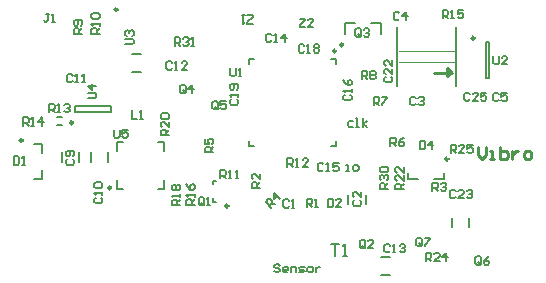
<source format=gto>
G04 Layer_Color=65535*
%FSLAX25Y25*%
%MOIN*%
G70*
G01*
G75*
%ADD48C,0.00984*%
%ADD49C,0.00787*%
%ADD70C,0.00394*%
%ADD71C,0.00606*%
%ADD72C,0.01000*%
%ADD73C,0.00591*%
D48*
X155268Y-9967D02*
G03*
X155268Y-9967I-492J0D01*
G01*
X34055Y-59842D02*
G03*
X34055Y-59842I-492J0D01*
G01*
X111406Y-12179D02*
G03*
X111406Y-12179I-492J0D01*
G01*
X36242Y-492D02*
G03*
X36242Y-492I-492J0D01*
G01*
X21358Y-38189D02*
G03*
X21358Y-38189I-492J0D01*
G01*
X109055Y-14272D02*
G03*
X109055Y-14272I-492J0D01*
G01*
X73195Y-65921D02*
G03*
X73195Y-65921I-492J0D01*
G01*
X4626Y-44094D02*
G03*
X4626Y-44094I-492J0D01*
G01*
X146480Y-50270D02*
G03*
X146480Y-50270I-492J0D01*
G01*
D49*
X16043Y-38878D02*
X17618D01*
X16043Y-36122D02*
X17618D01*
X160091Y-23352D02*
Y-11148D01*
X158909Y-23352D02*
Y-11148D01*
Y-23352D02*
X160091D01*
X158909Y-11148D02*
X160091D01*
X118953Y-65325D02*
Y-62175D01*
X113047Y-65325D02*
Y-62175D01*
X36024Y-60138D02*
X37894D01*
X36024D02*
Y-57284D01*
X49705Y-60138D02*
X51575D01*
Y-57284D01*
Y-47441D02*
Y-44587D01*
X49705D02*
X51575D01*
X36024D02*
X37894D01*
X36024Y-47441D02*
Y-44587D01*
X112094Y-8537D02*
Y-4994D01*
X115244D01*
X123906Y-8537D02*
Y-4994D01*
X120756D02*
X123906D01*
X21949Y-34449D02*
Y-32480D01*
X34154Y-34449D02*
Y-32480D01*
X21949Y-34449D02*
X34154D01*
X21949Y-32480D02*
X34154D01*
X107480Y-16831D02*
X109153D01*
Y-18504D02*
Y-16831D01*
X80020D02*
X81693D01*
X80020Y-18504D02*
Y-16831D01*
Y-45965D02*
X81693D01*
X80020D02*
Y-44291D01*
X107480Y-45965D02*
X109153D01*
Y-44291D01*
X67978Y-64543D02*
X69159D01*
X67978D02*
Y-63362D01*
Y-57457D02*
X69159D01*
X67978Y-58638D02*
Y-57457D01*
X27297Y-51234D02*
Y-48085D01*
X33203Y-51234D02*
Y-48085D01*
X17547Y-51234D02*
Y-48085D01*
X23453Y-51234D02*
Y-48085D01*
X40990Y-21203D02*
X44140D01*
X40990Y-15297D02*
X44140D01*
X123925Y-83047D02*
X127075D01*
X123925Y-88953D02*
X127075D01*
X8268Y-45276D02*
X11024D01*
Y-48425D02*
Y-45276D01*
X8268Y-57087D02*
X11024D01*
Y-53937D01*
X153453Y-73075D02*
Y-69925D01*
X147547Y-73075D02*
Y-69925D01*
X133095Y-56766D02*
X136343D01*
X133095D02*
Y-54797D01*
X141657Y-56766D02*
X144905D01*
Y-54797D01*
D70*
X129894Y-14411D02*
X149185D01*
X129894Y-17955D02*
X149185D01*
D71*
X129500Y-25829D02*
Y-6144D01*
X149185Y-25829D02*
Y-6144D01*
D72*
X145248Y-21498D02*
X147610D01*
X146035Y-19923D02*
X147610Y-21498D01*
X146035Y-22679D02*
Y-19923D01*
Y-22679D02*
X147216Y-21498D01*
X141705D02*
X147216D01*
X156496Y-46163D02*
Y-48787D01*
X157808Y-50098D01*
X159120Y-48787D01*
Y-46163D01*
X160432Y-50098D02*
X161744D01*
X161088D01*
Y-47475D01*
X160432D01*
X163712Y-46163D02*
Y-50098D01*
X165679D01*
X166335Y-49442D01*
Y-48787D01*
Y-48131D01*
X165679Y-47475D01*
X163712D01*
X167647D02*
Y-50098D01*
Y-48787D01*
X168303Y-48131D01*
X168959Y-47475D01*
X169615D01*
X172239Y-50098D02*
X173551D01*
X174207Y-49442D01*
Y-48131D01*
X173551Y-47475D01*
X172239D01*
X171583Y-48131D01*
Y-49442D01*
X172239Y-50098D01*
D73*
X126338Y-60161D02*
X123583D01*
Y-58784D01*
X124042Y-58325D01*
X124960D01*
X125420Y-58784D01*
Y-60161D01*
Y-59243D02*
X126338Y-58325D01*
X124042Y-57406D02*
X123583Y-56947D01*
Y-56029D01*
X124042Y-55570D01*
X124501D01*
X124960Y-56029D01*
Y-56488D01*
Y-56029D01*
X125420Y-55570D01*
X125879D01*
X126338Y-56029D01*
Y-56947D01*
X125879Y-57406D01*
X124042Y-54651D02*
X123583Y-54192D01*
Y-53274D01*
X124042Y-52815D01*
X125879D01*
X126338Y-53274D01*
Y-54192D01*
X125879Y-54651D01*
X124042D01*
X90321Y-85795D02*
X89862Y-85335D01*
X88943D01*
X88484Y-85795D01*
Y-86254D01*
X88943Y-86713D01*
X89862D01*
X90321Y-87172D01*
Y-87631D01*
X89862Y-88090D01*
X88943D01*
X88484Y-87631D01*
X92617Y-88090D02*
X91698D01*
X91239Y-87631D01*
Y-86713D01*
X91698Y-86254D01*
X92617D01*
X93076Y-86713D01*
Y-87172D01*
X91239D01*
X93994Y-88090D02*
Y-86254D01*
X95372D01*
X95831Y-86713D01*
Y-88090D01*
X96749D02*
X98127D01*
X98586Y-87631D01*
X98127Y-87172D01*
X97208D01*
X96749Y-86713D01*
X97208Y-86254D01*
X98586D01*
X99963Y-88090D02*
X100882D01*
X101341Y-87631D01*
Y-86713D01*
X100882Y-86254D01*
X99963D01*
X99504Y-86713D01*
Y-87631D01*
X99963Y-88090D01*
X102259Y-86254D02*
Y-88090D01*
Y-87172D01*
X102718Y-86713D01*
X103178Y-86254D01*
X103637D01*
X137663Y-78872D02*
Y-77035D01*
X137204Y-76576D01*
X136286D01*
X135827Y-77035D01*
Y-78872D01*
X136286Y-79331D01*
X137204D01*
X136745Y-78412D02*
X137663Y-79331D01*
X137204D02*
X137663Y-78872D01*
X138582Y-76576D02*
X140419D01*
Y-77035D01*
X138582Y-78872D01*
Y-79331D01*
X141186Y-60875D02*
Y-58120D01*
X142563D01*
X143023Y-58579D01*
Y-59498D01*
X142563Y-59957D01*
X141186D01*
X142104D02*
X143023Y-60875D01*
X143941Y-58579D02*
X144400Y-58120D01*
X145318D01*
X145777Y-58579D01*
Y-59039D01*
X145318Y-59498D01*
X144859D01*
X145318D01*
X145777Y-59957D01*
Y-60416D01*
X145318Y-60875D01*
X144400D01*
X143941Y-60416D01*
X136909Y-44194D02*
Y-46949D01*
X138287D01*
X138746Y-46490D01*
Y-44653D01*
X138287Y-44194D01*
X136909D01*
X141042Y-46949D02*
Y-44194D01*
X139664Y-45571D01*
X141501D01*
X138976Y-84350D02*
Y-81595D01*
X140354D01*
X140813Y-82055D01*
Y-82973D01*
X140354Y-83432D01*
X138976D01*
X139895D02*
X140813Y-84350D01*
X143568D02*
X141731D01*
X143568Y-82514D01*
Y-82055D01*
X143109Y-81595D01*
X142191D01*
X141731Y-82055D01*
X145864Y-84350D02*
Y-81595D01*
X144486Y-82973D01*
X146323D01*
X157373Y-85026D02*
Y-83189D01*
X156914Y-82730D01*
X155996D01*
X155536Y-83189D01*
Y-85026D01*
X155996Y-85485D01*
X156914D01*
X156455Y-84567D02*
X157373Y-85485D01*
X156914D02*
X157373Y-85026D01*
X160128Y-82730D02*
X159210Y-83189D01*
X158291Y-84108D01*
Y-85026D01*
X158751Y-85485D01*
X159669D01*
X160128Y-85026D01*
Y-84567D01*
X159669Y-84108D01*
X158291D01*
X148889Y-61045D02*
X148430Y-60586D01*
X147511D01*
X147052Y-61045D01*
Y-62882D01*
X147511Y-63341D01*
X148430D01*
X148889Y-62882D01*
X151644Y-63341D02*
X149807D01*
X151644Y-61504D01*
Y-61045D01*
X151185Y-60586D01*
X150266D01*
X149807Y-61045D01*
X152562D02*
X153021Y-60586D01*
X153940D01*
X154399Y-61045D01*
Y-61504D01*
X153940Y-61963D01*
X153481D01*
X153940D01*
X154399Y-62423D01*
Y-62882D01*
X153940Y-63341D01*
X153021D01*
X152562Y-62882D01*
X131550Y-60300D02*
X128795D01*
Y-58922D01*
X129254Y-58463D01*
X130173D01*
X130632Y-58922D01*
Y-60300D01*
Y-59382D02*
X131550Y-58463D01*
Y-55708D02*
Y-57545D01*
X129713Y-55708D01*
X129254D01*
X128795Y-56168D01*
Y-57086D01*
X129254Y-57545D01*
X131550Y-52953D02*
Y-54790D01*
X129713Y-52953D01*
X129254D01*
X128795Y-53412D01*
Y-54331D01*
X129254Y-54790D01*
X125558Y-22868D02*
X125099Y-23327D01*
Y-24246D01*
X125558Y-24705D01*
X127395D01*
X127854Y-24246D01*
Y-23327D01*
X127395Y-22868D01*
X127854Y-20113D02*
Y-21950D01*
X126018Y-20113D01*
X125558D01*
X125099Y-20572D01*
Y-21490D01*
X125558Y-21950D01*
X127854Y-17358D02*
Y-19195D01*
X126018Y-17358D01*
X125558D01*
X125099Y-17817D01*
Y-18735D01*
X125558Y-19195D01*
X74181Y-30348D02*
X73721Y-30808D01*
Y-31726D01*
X74181Y-32185D01*
X76017D01*
X76476Y-31726D01*
Y-30808D01*
X76017Y-30348D01*
X76476Y-29430D02*
Y-28512D01*
Y-28971D01*
X73721D01*
X74181Y-29430D01*
X76017Y-27134D02*
X76476Y-26675D01*
Y-25757D01*
X76017Y-25297D01*
X74181D01*
X73721Y-25757D01*
Y-26675D01*
X74181Y-27134D01*
X74640D01*
X75099Y-26675D01*
Y-25297D01*
X1673Y-49410D02*
Y-52165D01*
X3051D01*
X3510Y-51706D01*
Y-49869D01*
X3051Y-49410D01*
X1673D01*
X4428Y-52165D02*
X5347D01*
X4887D01*
Y-49410D01*
X4428Y-49869D01*
X98490Y-12468D02*
X98031Y-12009D01*
X97113D01*
X96653Y-12468D01*
Y-14305D01*
X97113Y-14764D01*
X98031D01*
X98490Y-14305D01*
X99409Y-14764D02*
X100327D01*
X99868D01*
Y-12009D01*
X99409Y-12468D01*
X101704D02*
X102164Y-12009D01*
X103082D01*
X103541Y-12468D01*
Y-12927D01*
X103082Y-13386D01*
X103541Y-13845D01*
Y-14305D01*
X103082Y-14764D01*
X102164D01*
X101704Y-14305D01*
Y-13845D01*
X102164Y-13386D01*
X101704Y-12927D01*
Y-12468D01*
X102164Y-13386D02*
X103082D01*
X96949Y-3446D02*
X98786D01*
Y-3905D01*
X96949Y-5742D01*
Y-6201D01*
X98786D01*
X101541D02*
X99704D01*
X101541Y-4364D01*
Y-3905D01*
X101081Y-3446D01*
X100163D01*
X99704Y-3905D01*
X13451Y-1773D02*
X12532D01*
X12992D01*
Y-4068D01*
X12532Y-4528D01*
X12073D01*
X11614Y-4068D01*
X14369Y-4528D02*
X15288D01*
X14828D01*
Y-1773D01*
X14369Y-2232D01*
X53445Y-42421D02*
X50690D01*
Y-41044D01*
X51149Y-40585D01*
X52067D01*
X52526Y-41044D01*
Y-42421D01*
Y-41503D02*
X53445Y-40585D01*
Y-37830D02*
Y-39666D01*
X51608Y-37830D01*
X51149D01*
X50690Y-38289D01*
Y-39207D01*
X51149Y-39666D01*
Y-36911D02*
X50690Y-36452D01*
Y-35534D01*
X51149Y-35074D01*
X52986D01*
X53445Y-35534D01*
Y-36452D01*
X52986Y-36911D01*
X51149D01*
X58876Y-27822D02*
Y-25986D01*
X58417Y-25526D01*
X57499D01*
X57039Y-25986D01*
Y-27822D01*
X57499Y-28282D01*
X58417D01*
X57958Y-27363D02*
X58876Y-28282D01*
X58417D02*
X58876Y-27822D01*
X61172Y-28282D02*
Y-25526D01*
X59794Y-26904D01*
X61631D01*
X106250Y-63495D02*
Y-66250D01*
X107627D01*
X108087Y-65791D01*
Y-63954D01*
X107627Y-63495D01*
X106250D01*
X110842Y-66250D02*
X109005D01*
X110842Y-64413D01*
Y-63954D01*
X110382Y-63495D01*
X109464D01*
X109005Y-63954D01*
X57087Y-65650D02*
X54332D01*
Y-64272D01*
X54791Y-63813D01*
X55709D01*
X56168Y-64272D01*
Y-65650D01*
Y-64731D02*
X57087Y-63813D01*
Y-62895D02*
Y-61976D01*
Y-62435D01*
X54332D01*
X54791Y-62895D01*
Y-60599D02*
X54332Y-60140D01*
Y-59221D01*
X54791Y-58762D01*
X55250D01*
X55709Y-59221D01*
X56168Y-58762D01*
X56627D01*
X57087Y-59221D01*
Y-60140D01*
X56627Y-60599D01*
X56168D01*
X55709Y-60140D01*
X55250Y-60599D01*
X54791D01*
X55709Y-60140D02*
Y-59221D01*
X61910Y-65551D02*
X59154D01*
Y-64174D01*
X59614Y-63714D01*
X60532D01*
X60991Y-64174D01*
Y-65551D01*
Y-64633D02*
X61910Y-63714D01*
Y-62796D02*
Y-61878D01*
Y-62337D01*
X59154D01*
X59614Y-62796D01*
X59154Y-58664D02*
X59614Y-59582D01*
X60532Y-60500D01*
X61450D01*
X61910Y-60041D01*
Y-59123D01*
X61450Y-58664D01*
X60991D01*
X60532Y-59123D01*
Y-60500D01*
X127033Y-79102D02*
X126574Y-78643D01*
X125656D01*
X125197Y-79102D01*
Y-80939D01*
X125656Y-81398D01*
X126574D01*
X127033Y-80939D01*
X127952Y-81398D02*
X128870D01*
X128411D01*
Y-78643D01*
X127952Y-79102D01*
X130248D02*
X130707Y-78643D01*
X131625D01*
X132084Y-79102D01*
Y-79561D01*
X131625Y-80020D01*
X131166D01*
X131625D01*
X132084Y-80479D01*
Y-80939D01*
X131625Y-81398D01*
X130707D01*
X130248Y-80939D01*
X68182Y-48023D02*
X65427D01*
Y-46646D01*
X65886Y-46186D01*
X66804D01*
X67263Y-46646D01*
Y-48023D01*
Y-47105D02*
X68182Y-46186D01*
X65427Y-43431D02*
Y-45268D01*
X66804D01*
X66345Y-44350D01*
Y-43891D01*
X66804Y-43431D01*
X67722D01*
X68182Y-43891D01*
Y-44809D01*
X67722Y-45268D01*
X83760Y-59842D02*
X81005D01*
Y-58465D01*
X81464Y-58006D01*
X82382D01*
X82841Y-58465D01*
Y-59842D01*
Y-58924D02*
X83760Y-58006D01*
Y-55251D02*
Y-57087D01*
X81923Y-55251D01*
X81464D01*
X81005Y-55710D01*
Y-56628D01*
X81464Y-57087D01*
X54337Y-18204D02*
X53878Y-17745D01*
X52959D01*
X52500Y-18204D01*
Y-20041D01*
X52959Y-20500D01*
X53878D01*
X54337Y-20041D01*
X55255Y-20500D02*
X56173D01*
X55714D01*
Y-17745D01*
X55255Y-18204D01*
X59387Y-20500D02*
X57551D01*
X59387Y-18663D01*
Y-18204D01*
X58928Y-17745D01*
X58010D01*
X57551Y-18204D01*
X19454Y-50323D02*
X18995Y-50782D01*
Y-51700D01*
X19454Y-52159D01*
X21291D01*
X21750Y-51700D01*
Y-50782D01*
X21291Y-50323D01*
Y-49404D02*
X21750Y-48945D01*
Y-48027D01*
X21291Y-47568D01*
X19454D01*
X18995Y-48027D01*
Y-48945D01*
X19454Y-49404D01*
X19913D01*
X20372Y-48945D01*
Y-47568D01*
X28905Y-63124D02*
X28446Y-63583D01*
Y-64501D01*
X28905Y-64961D01*
X30742D01*
X31201Y-64501D01*
Y-63583D01*
X30742Y-63124D01*
X31201Y-62206D02*
Y-61287D01*
Y-61746D01*
X28446D01*
X28905Y-62206D01*
Y-59910D02*
X28446Y-59451D01*
Y-58532D01*
X28905Y-58073D01*
X30742D01*
X31201Y-58532D01*
Y-59451D01*
X30742Y-59910D01*
X28905D01*
X65087Y-65291D02*
Y-63454D01*
X64627Y-62995D01*
X63709D01*
X63250Y-63454D01*
Y-65291D01*
X63709Y-65750D01*
X64627D01*
X64168Y-64832D02*
X65087Y-65750D01*
X64627D02*
X65087Y-65291D01*
X66005Y-65750D02*
X66923D01*
X66464D01*
Y-62995D01*
X66005Y-63454D01*
X73819Y-19981D02*
Y-22277D01*
X74278Y-22736D01*
X75196D01*
X75656Y-22277D01*
Y-19981D01*
X76574Y-22736D02*
X77492D01*
X77033D01*
Y-19981D01*
X76574Y-20440D01*
X81299Y-5117D02*
X79462D01*
Y-4658D01*
X81299Y-2821D01*
Y-2362D01*
X79462D01*
X78544D02*
X77626D01*
X78085D01*
Y-5117D01*
X78544Y-4658D01*
X26280Y-30000D02*
X28576D01*
X29035Y-29541D01*
Y-28622D01*
X28576Y-28163D01*
X26280D01*
X29035Y-25868D02*
X26280D01*
X27658Y-27245D01*
Y-25408D01*
X38802Y-12008D02*
X41098D01*
X41557Y-11549D01*
Y-10630D01*
X41098Y-10171D01*
X38802D01*
X39261Y-9253D02*
X38802Y-8794D01*
Y-7875D01*
X39261Y-7416D01*
X39720D01*
X40180Y-7875D01*
Y-8335D01*
Y-7875D01*
X40639Y-7416D01*
X41098D01*
X41557Y-7875D01*
Y-8794D01*
X41098Y-9253D01*
X99250Y-66250D02*
Y-63495D01*
X100628D01*
X101087Y-63954D01*
Y-64872D01*
X100628Y-65332D01*
X99250D01*
X100168D02*
X101087Y-66250D01*
X102005D02*
X102923D01*
X102464D01*
Y-63495D01*
X102005Y-63954D01*
X87500Y-66500D02*
X85552Y-64552D01*
X86526Y-63578D01*
X87175D01*
X87825Y-64227D01*
Y-64877D01*
X86851Y-65851D01*
X87500Y-65201D02*
X88799D01*
X90422Y-63578D02*
X88474Y-61630D01*
Y-63578D01*
X89773Y-62279D01*
X117638Y-23663D02*
Y-20908D01*
X119015D01*
X119474Y-21368D01*
Y-22286D01*
X119015Y-22745D01*
X117638D01*
X118556D02*
X119474Y-23663D01*
X120393Y-21368D02*
X120852Y-20908D01*
X121770D01*
X122230Y-21368D01*
Y-21827D01*
X121770Y-22286D01*
X122230Y-22745D01*
Y-23204D01*
X121770Y-23663D01*
X120852D01*
X120393Y-23204D01*
Y-22745D01*
X120852Y-22286D01*
X120393Y-21827D01*
Y-21368D01*
X120852Y-22286D02*
X121770D01*
X30279Y-8563D02*
X27525D01*
Y-7186D01*
X27984Y-6726D01*
X28902D01*
X29361Y-7186D01*
Y-8563D01*
Y-7645D02*
X30279Y-6726D01*
Y-5808D02*
Y-4890D01*
Y-5349D01*
X27525D01*
X27984Y-5808D01*
Y-3512D02*
X27525Y-3053D01*
Y-2135D01*
X27984Y-1675D01*
X29820D01*
X30279Y-2135D01*
Y-3053D01*
X29820Y-3512D01*
X27984D01*
X70500Y-56750D02*
Y-53995D01*
X71877D01*
X72337Y-54454D01*
Y-55373D01*
X71877Y-55832D01*
X70500D01*
X71418D02*
X72337Y-56750D01*
X73255D02*
X74173D01*
X73714D01*
Y-53995D01*
X73255Y-54454D01*
X75551Y-56750D02*
X76469D01*
X76010D01*
Y-53995D01*
X75551Y-54454D01*
X112433Y-54209D02*
X113351D01*
X112892D01*
Y-52372D01*
X112433D01*
X115188Y-54209D02*
X116106D01*
X116566Y-53750D01*
Y-52831D01*
X116106Y-52372D01*
X115188D01*
X114729Y-52831D01*
Y-53750D01*
X115188Y-54209D01*
X114825Y-37653D02*
X113447D01*
X112988Y-38112D01*
Y-39031D01*
X113447Y-39490D01*
X114825D01*
X115743D02*
X116661D01*
X116202D01*
Y-36735D01*
X115743D01*
X118039Y-39490D02*
Y-36735D01*
Y-38571D02*
X119416Y-37653D01*
X118039Y-38571D02*
X119416Y-39490D01*
X111966Y-28901D02*
X111507Y-29360D01*
Y-30279D01*
X111966Y-30738D01*
X113803D01*
X114262Y-30279D01*
Y-29360D01*
X113803Y-28901D01*
X114262Y-27983D02*
Y-27064D01*
Y-27524D01*
X111507D01*
X111966Y-27983D01*
X111507Y-23850D02*
X111966Y-24769D01*
X112885Y-25687D01*
X113803D01*
X114262Y-25228D01*
Y-24309D01*
X113803Y-23850D01*
X113344D01*
X112885Y-24309D01*
Y-25687D01*
X104839Y-51982D02*
X104379Y-51522D01*
X103461D01*
X103002Y-51982D01*
Y-53818D01*
X103461Y-54278D01*
X104379D01*
X104839Y-53818D01*
X105757Y-54278D02*
X106675D01*
X106216D01*
Y-51522D01*
X105757Y-51982D01*
X109889Y-51522D02*
X108053D01*
Y-52900D01*
X108971Y-52441D01*
X109430D01*
X109889Y-52900D01*
Y-53818D01*
X109430Y-54278D01*
X108512D01*
X108053Y-53818D01*
X93337Y-64204D02*
X92878Y-63745D01*
X91959D01*
X91500Y-64204D01*
Y-66041D01*
X91959Y-66500D01*
X92878D01*
X93337Y-66041D01*
X94255Y-66500D02*
X95173D01*
X94714D01*
Y-63745D01*
X94255Y-64204D01*
X130206Y-1613D02*
X129747Y-1154D01*
X128829D01*
X128370Y-1613D01*
Y-3450D01*
X128829Y-3909D01*
X129747D01*
X130206Y-3450D01*
X132502Y-3909D02*
Y-1154D01*
X131125Y-2531D01*
X132961D01*
X117337Y-9041D02*
Y-7204D01*
X116877Y-6745D01*
X115959D01*
X115500Y-7204D01*
Y-9041D01*
X115959Y-9500D01*
X116877D01*
X116418Y-8582D02*
X117337Y-9500D01*
X116877D02*
X117337Y-9041D01*
X118255Y-7204D02*
X118714Y-6745D01*
X119632D01*
X120092Y-7204D01*
Y-7663D01*
X119632Y-8123D01*
X119173D01*
X119632D01*
X120092Y-8582D01*
Y-9041D01*
X119632Y-9500D01*
X118714D01*
X118255Y-9041D01*
X13378Y-34695D02*
Y-31940D01*
X14755D01*
X15215Y-32399D01*
Y-33318D01*
X14755Y-33777D01*
X13378D01*
X14296D02*
X15215Y-34695D01*
X16133D02*
X17051D01*
X16592D01*
Y-31940D01*
X16133Y-32399D01*
X18429D02*
X18888Y-31940D01*
X19806D01*
X20266Y-32399D01*
Y-32859D01*
X19806Y-33318D01*
X19347D01*
X19806D01*
X20266Y-33777D01*
Y-34236D01*
X19806Y-34695D01*
X18888D01*
X18429Y-34236D01*
X4724Y-39173D02*
Y-36418D01*
X6102D01*
X6561Y-36877D01*
Y-37796D01*
X6102Y-38255D01*
X4724D01*
X5643D02*
X6561Y-39173D01*
X7479D02*
X8398D01*
X7939D01*
Y-36418D01*
X7479Y-36877D01*
X11153Y-39173D02*
Y-36418D01*
X9775Y-37796D01*
X11612D01*
X35039Y-40454D02*
Y-42750D01*
X35498Y-43209D01*
X36417D01*
X36876Y-42750D01*
Y-40454D01*
X39631D02*
X37794D01*
Y-41831D01*
X38713Y-41372D01*
X39172D01*
X39631Y-41831D01*
Y-42750D01*
X39172Y-43209D01*
X38254D01*
X37794Y-42750D01*
X21223Y-22431D02*
X20763Y-21971D01*
X19845D01*
X19386Y-22431D01*
Y-24267D01*
X19845Y-24726D01*
X20763D01*
X21223Y-24267D01*
X22141Y-24726D02*
X23059D01*
X22600D01*
Y-21971D01*
X22141Y-22431D01*
X24437Y-24726D02*
X25355D01*
X24896D01*
Y-21971D01*
X24437Y-22431D01*
X24419Y-8555D02*
X21664D01*
Y-7178D01*
X22123Y-6718D01*
X23041D01*
X23501Y-7178D01*
Y-8555D01*
Y-7637D02*
X24419Y-6718D01*
X23960Y-5800D02*
X24419Y-5341D01*
Y-4423D01*
X23960Y-3963D01*
X22123D01*
X21664Y-4423D01*
Y-5341D01*
X22123Y-5800D01*
X22582D01*
X23041Y-5341D01*
Y-3963D01*
X107480Y-78741D02*
X110104D01*
X108792D01*
Y-82677D01*
X111416D02*
X112728D01*
X112072D01*
Y-78741D01*
X111416Y-79397D01*
X121555Y-32382D02*
Y-29627D01*
X122933D01*
X123392Y-30086D01*
Y-31004D01*
X122933Y-31464D01*
X121555D01*
X122474D02*
X123392Y-32382D01*
X124310Y-29627D02*
X126147D01*
Y-30086D01*
X124310Y-31923D01*
Y-32382D01*
X127165Y-45965D02*
Y-43210D01*
X128543D01*
X129002Y-43669D01*
Y-44587D01*
X128543Y-45046D01*
X127165D01*
X128084D02*
X129002Y-45965D01*
X131757Y-43210D02*
X130839Y-43669D01*
X129920Y-44587D01*
Y-45505D01*
X130379Y-45965D01*
X131298D01*
X131757Y-45505D01*
Y-45046D01*
X131298Y-44587D01*
X129920D01*
X118766Y-79561D02*
Y-77724D01*
X118307Y-77265D01*
X117388D01*
X116929Y-77724D01*
Y-79561D01*
X117388Y-80020D01*
X118307D01*
X117848Y-79101D02*
X118766Y-80020D01*
X118307D02*
X118766Y-79561D01*
X121521Y-80020D02*
X119684D01*
X121521Y-78183D01*
Y-77724D01*
X121062Y-77265D01*
X120143D01*
X119684Y-77724D01*
X135597Y-30086D02*
X135137Y-29627D01*
X134219D01*
X133760Y-30086D01*
Y-31923D01*
X134219Y-32382D01*
X135137D01*
X135597Y-31923D01*
X136515Y-30086D02*
X136974Y-29627D01*
X137892D01*
X138352Y-30086D01*
Y-30545D01*
X137892Y-31004D01*
X137433D01*
X137892D01*
X138352Y-31464D01*
Y-31923D01*
X137892Y-32382D01*
X136974D01*
X136515Y-31923D01*
X115125Y-64010D02*
X114666Y-64469D01*
Y-65387D01*
X115125Y-65847D01*
X116962D01*
X117421Y-65387D01*
Y-64469D01*
X116962Y-64010D01*
X117421Y-61255D02*
Y-63091D01*
X115585Y-61255D01*
X115125D01*
X114666Y-61714D01*
Y-62632D01*
X115125Y-63091D01*
X163270Y-28625D02*
X162811Y-28166D01*
X161892D01*
X161433Y-28625D01*
Y-30462D01*
X161892Y-30921D01*
X162811D01*
X163270Y-30462D01*
X166025Y-28166D02*
X164188D01*
Y-29544D01*
X165106Y-29085D01*
X165566D01*
X166025Y-29544D01*
Y-30462D01*
X165566Y-30921D01*
X164647D01*
X164188Y-30462D01*
X144579Y-3421D02*
Y-666D01*
X145957D01*
X146416Y-1125D01*
Y-2044D01*
X145957Y-2503D01*
X144579D01*
X145498D02*
X146416Y-3421D01*
X147334D02*
X148253D01*
X147793D01*
Y-666D01*
X147334Y-1125D01*
X151467Y-666D02*
X149630D01*
Y-2044D01*
X150549Y-1585D01*
X151008D01*
X151467Y-2044D01*
Y-2962D01*
X151008Y-3421D01*
X150089D01*
X149630Y-2962D01*
X161500Y-15995D02*
Y-18291D01*
X161959Y-18750D01*
X162878D01*
X163337Y-18291D01*
Y-15995D01*
X166092Y-18750D02*
X164255D01*
X166092Y-16913D01*
Y-16454D01*
X165632Y-15995D01*
X164714D01*
X164255Y-16454D01*
X87565Y-8925D02*
X87106Y-8465D01*
X86187D01*
X85728Y-8925D01*
Y-10761D01*
X86187Y-11220D01*
X87106D01*
X87565Y-10761D01*
X88483Y-11220D02*
X89402D01*
X88942D01*
Y-8465D01*
X88483Y-8925D01*
X92157Y-11220D02*
Y-8465D01*
X90779Y-9843D01*
X92616D01*
X40945Y-34056D02*
Y-36811D01*
X42782D01*
X43700D02*
X44618D01*
X44159D01*
Y-34056D01*
X43700Y-34515D01*
X92868Y-52780D02*
Y-50024D01*
X94245D01*
X94705Y-50484D01*
Y-51402D01*
X94245Y-51861D01*
X92868D01*
X93786D02*
X94705Y-52780D01*
X95623D02*
X96541D01*
X96082D01*
Y-50024D01*
X95623Y-50484D01*
X99756Y-52780D02*
X97919D01*
X99756Y-50943D01*
Y-50484D01*
X99296Y-50024D01*
X98378D01*
X97919Y-50484D01*
X69616Y-33291D02*
Y-31454D01*
X69157Y-30995D01*
X68239D01*
X67780Y-31454D01*
Y-33291D01*
X68239Y-33750D01*
X69157D01*
X68698Y-32832D02*
X69616Y-33750D01*
X69157D02*
X69616Y-33291D01*
X72371Y-30995D02*
X70535D01*
Y-32372D01*
X71453Y-31913D01*
X71912D01*
X72371Y-32372D01*
Y-33291D01*
X71912Y-33750D01*
X70994D01*
X70535Y-33291D01*
X147250Y-48250D02*
Y-45495D01*
X148627D01*
X149087Y-45954D01*
Y-46872D01*
X148627Y-47332D01*
X147250D01*
X148168D02*
X149087Y-48250D01*
X151842D02*
X150005D01*
X151842Y-46413D01*
Y-45954D01*
X151383Y-45495D01*
X150464D01*
X150005Y-45954D01*
X154597Y-45495D02*
X152760D01*
Y-46872D01*
X153678Y-46413D01*
X154138D01*
X154597Y-46872D01*
Y-47791D01*
X154138Y-48250D01*
X153219D01*
X152760Y-47791D01*
X153638Y-28568D02*
X153179Y-28109D01*
X152260D01*
X151801Y-28568D01*
Y-30405D01*
X152260Y-30864D01*
X153179D01*
X153638Y-30405D01*
X156393Y-30864D02*
X154556D01*
X156393Y-29027D01*
Y-28568D01*
X155934Y-28109D01*
X155015D01*
X154556Y-28568D01*
X159148Y-28109D02*
X157311D01*
Y-29487D01*
X158229Y-29027D01*
X158689D01*
X159148Y-29487D01*
Y-30405D01*
X158689Y-30864D01*
X157770D01*
X157311Y-30405D01*
X55315Y-12500D02*
Y-9745D01*
X56692D01*
X57152Y-10204D01*
Y-11123D01*
X56692Y-11582D01*
X55315D01*
X56233D02*
X57152Y-12500D01*
X58070Y-10204D02*
X58529Y-9745D01*
X59447D01*
X59907Y-10204D01*
Y-10663D01*
X59447Y-11123D01*
X58988D01*
X59447D01*
X59907Y-11582D01*
Y-12041D01*
X59447Y-12500D01*
X58529D01*
X58070Y-12041D01*
X60825Y-12500D02*
X61743D01*
X61284D01*
Y-9745D01*
X60825Y-10204D01*
M02*

</source>
